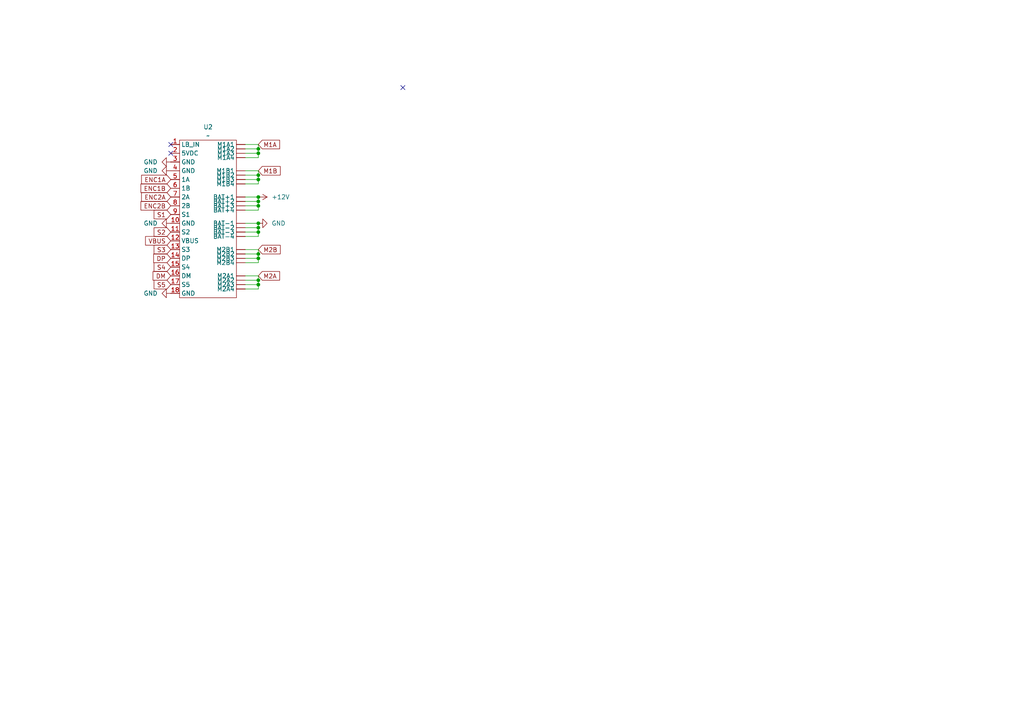
<source format=kicad_sch>
(kicad_sch (version 20231120) (generator "eeschema") (generator_version "8.0")
  (paper "A4")
  (lib_symbols
    (symbol "power:+12V" (power) (pin_numbers hide) (pin_names (offset 0) hide)
      (property "Value" "+12V" (at 0 3.556 0))
      (symbol "+12V_0_1"
        (polyline (pts (xy -0.762 1.27) (xy 0 2.54)))
        (polyline (pts (xy 0 0) (xy 0 2.54)))
        (polyline (pts (xy 0 2.54) (xy 0.762 1.27)))
      )
      (symbol "+12V_1_1"
        (pin power_in line (at 0 0 90) (length 0) (name "~") (number "1"))
      )
    )
    (symbol "power:GND" (power) (pin_numbers hide) (pin_names (offset 0) hide)
      (property "Value" "GND" (at 0 -3.81 0))
      (symbol "GND_0_1"
        (polyline (pts (xy 0 0) (xy 0 -1.27) (xy 1.27 -1.27) (xy 0 -2.54) (xy -1.27 -1.27) (xy 0 -1.27)))
      )
      (symbol "GND_1_1"
        (pin power_in line (at 0 0 270) (length 0) (name "~") (number "1"))
      )
    )
    (symbol "roboclaw:Roboclaw"
      (property "Reference" "U" (at -1.524 -1.27 0))
      (symbol "Roboclaw_0_1"
        (rectangle (start -7.62 -2.54) (end 8.89 -48.26))
      )
      (symbol "Roboclaw_1_1"
        (pin power_in line (at 11.43 -19.05 180) (length 2.54) (name "BAT+1") (number ""))
        (pin power_in line (at 11.43 -20.32 180) (length 2.54) (name "BAT+2") (number ""))
        (pin power_in line (at 11.43 -21.59 180) (length 2.54) (name "BAT+3") (number ""))
        (pin power_in line (at 11.43 -22.86 180) (length 2.54) (name "BAT+4") (number ""))
        (pin power_in line (at 11.43 -26.67 180) (length 2.54) (name "BAT-1") (number ""))
        (pin power_in line (at 11.43 -27.94 180) (length 2.54) (name "BAT-2") (number ""))
        (pin power_in line (at 11.43 -29.21 180) (length 2.54) (name "BAT-3") (number ""))
        (pin power_in line (at 11.43 -30.48 180) (length 2.54) (name "BAT-4") (number ""))
        (pin output line (at 11.43 -3.81 180) (length 2.54) (name "M1A1") (number ""))
        (pin output line (at 11.43 -5.08 180) (length 2.54) (name "M1A2") (number ""))
        (pin output line (at 11.43 -6.35 180) (length 2.54) (name "M1A3") (number ""))
        (pin output line (at 11.43 -7.62 180) (length 2.54) (name "M1A4") (number ""))
        (pin output line (at 11.43 -11.43 180) (length 2.54) (name "M1B1") (number ""))
        (pin output line (at 11.43 -12.7 180) (length 2.54) (name "M1B2") (number ""))
        (pin output line (at 11.43 -13.97 180) (length 2.54) (name "M1B3") (number ""))
        (pin output line (at 11.43 -15.24 180) (length 2.54) (name "M1B4") (number ""))
        (pin output line (at 11.43 -41.91 180) (length 2.54) (name "M2A1") (number ""))
        (pin output line (at 11.43 -43.18 180) (length 2.54) (name "M2A2") (number ""))
        (pin output line (at 11.43 -44.45 180) (length 2.54) (name "M2A3") (number ""))
        (pin output line (at 11.43 -45.72 180) (length 2.54) (name "M2A4") (number ""))
        (pin output line (at 11.43 -34.29 180) (length 2.54) (name "M2B1") (number ""))
        (pin output line (at 11.43 -35.56 180) (length 2.54) (name "M2B2") (number ""))
        (pin output line (at 11.43 -36.83 180) (length 2.54) (name "M2B3") (number ""))
        (pin output line (at 11.43 -38.1 180) (length 2.54) (name "M2B4") (number ""))
        (pin input line (at -10.16 -3.81 0) (length 2.54) (name "LB_IN") (number "1"))
        (pin input line (at -10.16 -26.67 0) (length 2.54) (name "GND") (number "10"))
        (pin input line (at -10.16 -29.21 0) (length 2.54) (name "S2") (number "11"))
        (pin input line (at -10.16 -31.75 0) (length 2.54) (name "VBUS") (number "12"))
        (pin input line (at -10.16 -34.29 0) (length 2.54) (name "S3") (number "13"))
        (pin input line (at -10.16 -36.83 0) (length 2.54) (name "DP") (number "14"))
        (pin input line (at -10.16 -39.37 0) (length 2.54) (name "S4") (number "15"))
        (pin input line (at -10.16 -41.91 0) (length 2.54) (name "DM") (number "16"))
        (pin input line (at -10.16 -44.45 0) (length 2.54) (name "S5") (number "17"))
        (pin input line (at -10.16 -46.99 0) (length 2.54) (name "GND") (number "18"))
        (pin power_out line (at -10.16 -6.35 0) (length 2.54) (name "5VDC") (number "2"))
        (pin power_out line (at -10.16 -8.89 0) (length 2.54) (name "GND") (number "3"))
        (pin power_out line (at -10.16 -11.43 0) (length 2.54) (name "GND") (number "4"))
        (pin input line (at -10.16 -13.97 0) (length 2.54) (name "1A") (number "5"))
        (pin input line (at -10.16 -16.51 0) (length 2.54) (name "1B") (number "6"))
        (pin input line (at -10.16 -19.05 0) (length 2.54) (name "2A") (number "7"))
        (pin input line (at -10.16 -21.59 0) (length 2.54) (name "2B") (number "8"))
        (pin input line (at -10.16 -24.13 0) (length 2.54) (name "S1") (number "9"))
      )
    )
  )
  (junction (at 74.93 67.31))
  (junction (at 74.93 73.66))
  (junction (at 74.93 81.28))
  (junction (at 74.93 58.42))
  (junction (at 74.93 52.07))
  (junction (at 74.93 44.45))
  (junction (at 74.93 43.18))
  (junction (at 74.93 57.15))
  (junction (at 74.93 64.77))
  (junction (at 74.93 50.8))
  (junction (at 74.93 59.69))
  (junction (at 74.93 82.55))
  (junction (at 74.93 66.04))
  (junction (at 74.93 74.93))
  (no_connect (at 49.53 41.91))
  (no_connect (at 49.53 44.45))
  (no_connect (at 116.84 25.4))
  (wire (pts (xy 71.12 73.66) (xy 74.93 73.66)))
  (wire (pts (xy 71.12 49.53) (xy 74.93 49.53)))
  (wire (pts (xy 71.12 64.77) (xy 74.93 64.77)))
  (wire (pts (xy 74.93 50.8) (xy 74.93 52.07)))
  (wire (pts (xy 74.93 80.01) (xy 74.93 81.28)))
  (wire (pts (xy 71.12 52.07) (xy 74.93 52.07)))
  (wire (pts (xy 71.12 72.39) (xy 74.93 72.39)))
  (wire (pts (xy 71.12 66.04) (xy 74.93 66.04)))
  (wire (pts (xy 71.12 83.82) (xy 74.93 83.82)))
  (wire (pts (xy 74.93 58.42) (xy 74.93 59.69)))
  (wire (pts (xy 74.93 64.77) (xy 74.93 66.04)))
  (wire (pts (xy 74.93 81.28) (xy 74.93 82.55)))
  (wire (pts (xy 71.12 53.34) (xy 74.93 53.34)))
  (wire (pts (xy 74.93 43.18) (xy 74.93 44.45)))
  (wire (pts (xy 71.12 74.93) (xy 74.93 74.93)))
  (wire (pts (xy 71.12 58.42) (xy 74.93 58.42)))
  (wire (pts (xy 71.12 45.72) (xy 74.93 45.72)))
  (wire (pts (xy 74.93 41.91) (xy 74.93 43.18)))
  (wire (pts (xy 74.93 72.39) (xy 74.93 73.66)))
  (wire (pts (xy 71.12 81.28) (xy 74.93 81.28)))
  (wire (pts (xy 74.93 66.04) (xy 74.93 67.31)))
  (wire (pts (xy 71.12 59.69) (xy 74.93 59.69)))
  (wire (pts (xy 74.93 49.53) (xy 74.93 50.8)))
  (wire (pts (xy 71.12 67.31) (xy 74.93 67.31)))
  (wire (pts (xy 74.93 57.15) (xy 74.93 58.42)))
  (wire (pts (xy 74.93 67.31) (xy 74.93 68.58)))
  (wire (pts (xy 71.12 41.91) (xy 74.93 41.91)))
  (wire (pts (xy 71.12 60.96) (xy 74.93 60.96)))
  (wire (pts (xy 71.12 68.58) (xy 74.93 68.58)))
  (wire (pts (xy 71.12 80.01) (xy 74.93 80.01)))
  (wire (pts (xy 71.12 50.8) (xy 74.93 50.8)))
  (wire (pts (xy 74.93 52.07) (xy 74.93 53.34)))
  (wire (pts (xy 74.93 59.69) (xy 74.93 60.96)))
  (wire (pts (xy 74.93 82.55) (xy 74.93 83.82)))
  (wire (pts (xy 71.12 44.45) (xy 74.93 44.45)))
  (wire (pts (xy 74.93 73.66) (xy 74.93 74.93)))
  (wire (pts (xy 74.93 44.45) (xy 74.93 45.72)))
  (wire (pts (xy 71.12 43.18) (xy 74.93 43.18)))
  (wire (pts (xy 71.12 76.2) (xy 74.93 76.2)))
  (wire (pts (xy 71.12 82.55) (xy 74.93 82.55)))
  (wire (pts (xy 71.12 57.15) (xy 74.93 57.15)))
  (wire (pts (xy 74.93 74.93) (xy 74.93 76.2)))
  (global_label "ENC1A" (shape input) (at 49.53 52.07 180) (property "Intersheetrefs" "${INTERSHEET_REFS}" (effects (hide yes))))
  (global_label "DM" (shape input) (at 49.53 80.01 180) (property "Intersheetrefs" "${INTERSHEET_REFS}" (effects (hide yes))))
  (global_label "S4" (shape input) (at 49.53 77.47 180) (property "Intersheetrefs" "${INTERSHEET_REFS}" (effects (hide yes))))
  (global_label "DP" (shape input) (at 49.53 74.93 180) (property "Intersheetrefs" "${INTERSHEET_REFS}" (effects (hide yes))))
  (global_label "M1B" (shape input) (at 74.93 49.53 0) (property "Intersheetrefs" "${INTERSHEET_REFS}" (effects (hide yes))))
  (global_label "VBUS" (shape input) (at 49.53 69.85 180) (property "Intersheetrefs" "${INTERSHEET_REFS}" (effects (hide yes))))
  (global_label "M2B" (shape input) (at 74.93 72.39 0) (property "Intersheetrefs" "${INTERSHEET_REFS}" (effects (hide yes))))
  (global_label "ENC2A" (shape input) (at 49.53 57.15 180) (property "Intersheetrefs" "${INTERSHEET_REFS}" (effects (hide yes))))
  (global_label "S3" (shape input) (at 49.53 72.39 180) (property "Intersheetrefs" "${INTERSHEET_REFS}" (effects (hide yes))))
  (global_label "ENC2B" (shape input) (at 49.53 59.69 180) (property "Intersheetrefs" "${INTERSHEET_REFS}" (effects (hide yes))))
  (global_label "S2" (shape input) (at 49.53 67.31 180) (property "Intersheetrefs" "${INTERSHEET_REFS}" (effects (hide yes))))
  (global_label "S1" (shape input) (at 49.53 62.23 180) (property "Intersheetrefs" "${INTERSHEET_REFS}" (effects (hide yes))))
  (global_label "M1A" (shape input) (at 74.93 41.91 0) (property "Intersheetrefs" "${INTERSHEET_REFS}" (effects (hide yes))))
  (global_label "ENC1B" (shape input) (at 49.53 54.61 180) (property "Intersheetrefs" "${INTERSHEET_REFS}" (effects (hide yes))))
  (global_label "S5" (shape input) (at 49.53 82.55 180) (property "Intersheetrefs" "${INTERSHEET_REFS}" (effects (hide yes))))
  (global_label "M2A" (shape input) (at 74.93 80.01 0) (property "Intersheetrefs" "${INTERSHEET_REFS}" (effects (hide yes))))
  (symbol (lib_id "power:GND") (at 49.53 85.09 270) (unit 1)
    (property "Reference" "#PWR028" (effects (hide yes)))
    (property "Value" "GND" (at 45.72 85.0899 90) (effects (justify right)))
    (property "Description" "Power symbol creates a global label with name \"GND\" , ground" (effects (hide yes)))
  )
  (symbol (lib_id "power:GND") (at 74.93 64.77 90) (unit 1)
    (property "Reference" "#PWR024" (effects (hide yes)))
    (property "Value" "GND" (at 78.74 64.7699 90) (effects (justify right)))
    (property "Description" "Power symbol creates a global label with name \"GND\" , ground" (effects (hide yes)))
  )
  (symbol (lib_id "power:GND") (at 49.53 49.53 270) (unit 1)
    (property "Reference" "#PWR026" (effects (hide yes)))
    (property "Value" "GND" (at 45.72 49.5299 90) (effects (justify right)))
    (property "Description" "Power symbol creates a global label with name \"GND\" , ground" (effects (hide yes)))
  )
  (symbol (lib_id "power:GND") (at 49.53 64.77 270) (unit 1)
    (property "Reference" "#PWR027" (effects (hide yes)))
    (property "Value" "GND" (at 45.72 64.7699 90) (effects (justify right)))
    (property "Description" "Power symbol creates a global label with name \"GND\" , ground" (effects (hide yes)))
  )
  (symbol (lib_id "power:+12V") (at 74.93 57.15 270) (unit 1)
    (property "Reference" "#PWR023" (effects (hide yes)))
    (property "Value" "+12V" (at 78.74 57.1499 90) (effects (justify left)))
    (property "Description" "Power symbol creates a global label with name \"+12V\"" (effects (hide yes)))
  )
  (symbol (lib_id "roboclaw:Roboclaw") (at 59.69 38.1 0) (unit 1)
    (property "Reference" "U2" (at 60.3543 36.83 0))
    (property "Value" "~" (at 60.3543 39.37 0))
  )
  (symbol (lib_id "power:GND") (at 49.53 46.99 270) (unit 1)
    (property "Reference" "#PWR025" (effects (hide yes)))
    (property "Value" "GND" (at 45.72 46.9899 90) (effects (justify right)))
    (property "Description" "Power symbol creates a global label with name \"GND\" , ground" (effects (hide yes)))
  )
)
</source>
